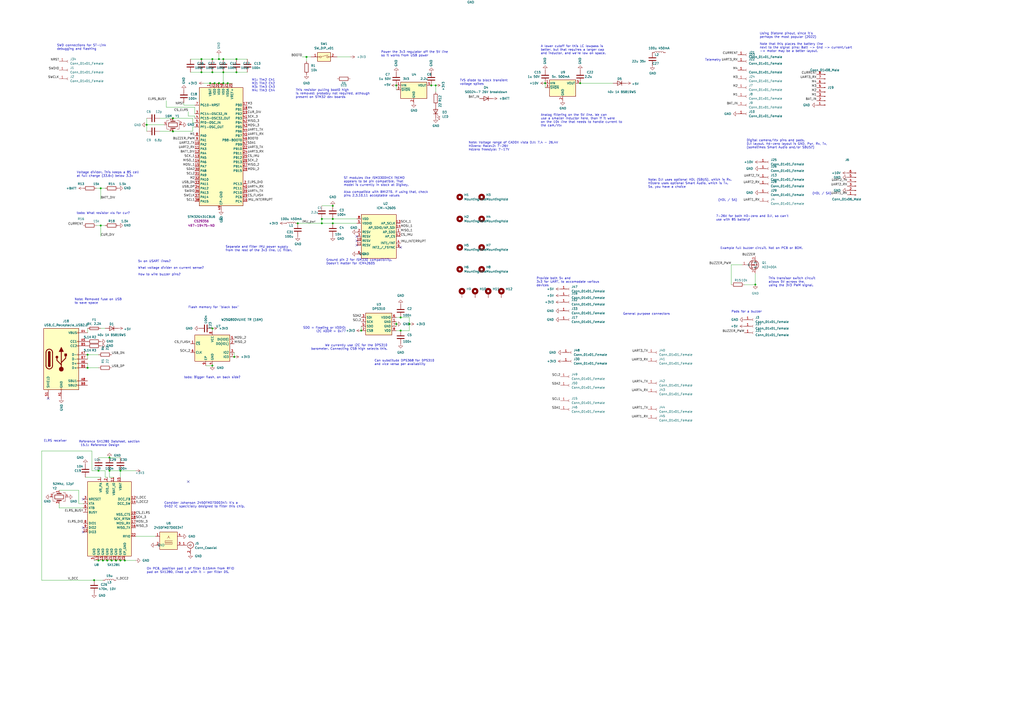
<source format=kicad_sch>
(kicad_sch (version 20211123) (generator eeschema)
  (paper "A2")
  (junction (at 186.69 127))
  (junction (at 129.54 48.26))
  (junction (at 297.18 -20.32))
  (junction (at 186.69 129.54))
  (junction (at 229.87 49.53))
  (junction (at 137.16 41.91))
  (junction (at 129.54 34.29))
  (junction (at 229.87 187.96))
  (junction (at 137.16 34.29))
  (junction (at 62.23 325.12))
  (junction (at 135.89 207.01))
  (junction (at 129.54 41.91))
  (junction (at 72.39 325.12))
  (junction (at 232.41 191.77))
  (junction (at 273.05 -11.43))
  (junction (at 209.55 191.77))
  (junction (at 63.5 265.43))
  (junction (at 193.04 119.38))
  (junction (at 54.61 336.55))
  (junction (at 193.04 129.54))
  (junction (at 193.04 127))
  (junction (at 123.19 41.91))
  (junction (at 67.31 325.12))
  (junction (at 57.15 273.05))
  (junction (at 261.62 -20.32))
  (junction (at 69.85 325.12))
  (junction (at 316.23 48.26))
  (junction (at 69.85 273.05))
  (junction (at 123.19 190.5))
  (junction (at 116.84 41.91))
  (junction (at 252.73 49.53))
  (junction (at 50.8 205.74))
  (junction (at 64.77 325.12))
  (junction (at 124.46 48.26))
  (junction (at 59.69 325.12))
  (junction (at 123.19 34.29))
  (junction (at 177.8 33.02))
  (junction (at 85.09 72.39))
  (junction (at 438.15 165.1))
  (junction (at 63.5 273.05))
  (junction (at 237.49 187.96))
  (junction (at 116.84 34.29))
  (junction (at 57.15 325.12))
  (junction (at 127 48.26))
  (junction (at 127 34.29))
  (junction (at 121.92 48.26))
  (junction (at 50.8 213.36))
  (junction (at 172.72 129.54))
  (junction (at 331.47 -20.32))
  (junction (at 123.19 212.09))
  (junction (at 100.33 68.58))
  (junction (at 132.08 48.26))
  (junction (at 100.33 76.2))
  (junction (at 273.05 -20.32))
  (junction (at 58.42 130.81))
  (junction (at 232.41 184.15))
  (junction (at 250.19 49.53))
  (junction (at 336.55 48.26))
  (junction (at 58.42 109.22))
  (no_connect (at 48.26 289.56))
  (no_connect (at 48.26 308.61))
  (no_connect (at 48.26 306.07))
  (no_connect (at 27.94 231.14))
  (no_connect (at 207.01 137.16))
  (no_connect (at 207.01 139.7))
  (no_connect (at 207.01 142.24))
  (no_connect (at 109.22 279.4))
  (no_connect (at 232.41 143.51))
  (wire (pts (xy 175.26 33.02) (xy 177.8 33.02)))
  (wire (pts (xy 438.15 158.75) (xy 438.15 165.1)))
  (wire (pts (xy 111.76 73.66) (xy 111.76 76.2)))
  (wire (pts (xy 96.52 62.23) (xy 113.03 62.23)))
  (wire (pts (xy 50.8 205.74) (xy 50.8 208.28)))
  (wire (pts (xy 250.19 49.53) (xy 252.73 49.53)))
  (wire (pts (xy 186.69 129.54) (xy 193.04 129.54)))
  (wire (pts (xy 111.76 71.12) (xy 113.03 71.12)))
  (wire (pts (xy 34.29 294.64) (xy 48.26 294.64)))
  (wire (pts (xy 69.85 273.05) (xy 78.74 273.05)))
  (wire (pts (xy 53.34 273.05) (xy 53.34 261.62)))
  (wire (pts (xy 116.84 34.29) (xy 123.19 34.29)))
  (wire (pts (xy 58.42 130.81) (xy 58.42 137.16)))
  (wire (pts (xy 195.58 33.02) (xy 203.2 33.02)))
  (wire (pts (xy 129.54 41.91) (xy 137.16 41.91)))
  (wire (pts (xy 317.5 -25.4) (xy 317.5 -31.75)))
  (wire (pts (xy 96.52 58.42) (xy 96.52 62.23)))
  (wire (pts (xy 129.54 41.91) (xy 129.54 48.26)))
  (wire (pts (xy 424.18 153.67) (xy 430.53 153.67)))
  (wire (pts (xy 34.29 284.48) (xy 45.72 284.48)))
  (wire (pts (xy 55.88 130.81) (xy 58.42 130.81)))
  (wire (pts (xy 63.5 276.86) (xy 66.04 276.86)))
  (wire (pts (xy 257.81 -20.32) (xy 261.62 -20.32)))
  (wire (pts (xy 209.55 189.23) (xy 209.55 191.77)))
  (wire (pts (xy 57.15 213.36) (xy 50.8 213.36)))
  (wire (pts (xy 34.29 292.1) (xy 34.29 294.64)))
  (wire (pts (xy 113.03 62.23) (xy 113.03 66.04)))
  (wire (pts (xy 127 48.26) (xy 129.54 48.26)))
  (wire (pts (xy 281.94 -11.43) (xy 281.94 -2.54)))
  (wire (pts (xy 49.53 276.86) (xy 58.42 276.86)))
  (wire (pts (xy 57.15 325.12) (xy 59.69 325.12)))
  (wire (pts (xy 100.33 76.2) (xy 111.76 76.2)))
  (wire (pts (xy 85.09 72.39) (xy 85.09 76.2)))
  (wire (pts (xy 229.87 186.69) (xy 229.87 187.96)))
  (wire (pts (xy 55.88 109.22) (xy 58.42 109.22)))
  (wire (pts (xy 289.56 -20.32) (xy 297.18 -20.32)))
  (wire (pts (xy 307.34 -20.32) (xy 297.18 -20.32)))
  (wire (pts (xy 85.09 72.39) (xy 95.25 72.39)))
  (wire (pts (xy 63.5 273.05) (xy 63.5 276.86)))
  (wire (pts (xy 127 31.75) (xy 127 34.29)))
  (wire (pts (xy 106.68 60.96) (xy 106.68 59.69)))
  (wire (pts (xy 92.71 68.58) (xy 100.33 68.58)))
  (wire (pts (xy 123.19 41.91) (xy 129.54 41.91)))
  (wire (pts (xy 119.38 212.09) (xy 123.19 212.09)))
  (wire (pts (xy 281.94 -2.54) (xy 328.93 -2.54)))
  (wire (pts (xy 172.72 129.54) (xy 186.69 129.54)))
  (wire (pts (xy 64.77 325.12) (xy 67.31 325.12)))
  (wire (pts (xy 137.16 41.91) (xy 143.51 41.91)))
  (wire (pts (xy 57.15 265.43) (xy 63.5 265.43)))
  (wire (pts (xy 193.04 127) (xy 207.01 127)))
  (wire (pts (xy 327.66 -20.32) (xy 331.47 -20.32)))
  (wire (pts (xy 123.19 190.5) (xy 123.19 191.77)))
  (wire (pts (xy 177.8 33.02) (xy 180.34 33.02)))
  (wire (pts (xy 316.23 48.26) (xy 316.23 50.8)))
  (wire (pts (xy 186.69 119.38) (xy 193.04 119.38)))
  (wire (pts (xy 53.34 261.62) (xy 24.13 261.62)))
  (wire (pts (xy 62.23 325.12) (xy 64.77 325.12)))
  (wire (pts (xy 85.09 68.58) (xy 85.09 72.39)))
  (wire (pts (xy 229.87 187.96) (xy 229.87 189.23)))
  (wire (pts (xy 261.62 -20.32) (xy 273.05 -20.32)))
  (wire (pts (xy 237.49 187.96) (xy 237.49 191.77)))
  (wire (pts (xy 69.85 325.12) (xy 72.39 325.12)))
  (wire (pts (xy 129.54 48.26) (xy 132.08 48.26)))
  (wire (pts (xy 177.8 33.02) (xy 177.8 35.56)))
  (wire (pts (xy 336.55 48.26) (xy 355.6 48.26)))
  (wire (pts (xy 273.05 -19.05) (xy 273.05 -20.32)))
  (wire (pts (xy 72.39 325.12) (xy 78.74 325.12)))
  (wire (pts (xy 229.87 184.15) (xy 232.41 184.15)))
  (wire (pts (xy 58.42 130.81) (xy 60.96 130.81)))
  (wire (pts (xy 252.73 49.53) (xy 252.73 53.34)))
  (wire (pts (xy 67.31 325.12) (xy 69.85 325.12)))
  (wire (pts (xy 328.93 -15.24) (xy 328.93 -2.54)))
  (wire (pts (xy 118.11 48.26) (xy 121.92 48.26)))
  (wire (pts (xy 45.72 284.48) (xy 45.72 292.1)))
  (wire (pts (xy 186.69 127) (xy 193.04 127)))
  (wire (pts (xy 232.41 191.77) (xy 237.49 191.77)))
  (wire (pts (xy 62.23 276.86) (xy 60.96 276.86)))
  (wire (pts (xy 186.69 127) (xy 186.69 129.54)))
  (wire (pts (xy 57.15 273.05) (xy 60.96 273.05)))
  (wire (pts (xy 135.89 204.47) (xy 135.89 207.01)))
  (wire (pts (xy 232.41 184.15) (xy 237.49 184.15)))
  (wire (pts (xy 229.87 191.77) (xy 232.41 191.77)))
  (wire (pts (xy 50.8 210.82) (xy 50.8 213.36)))
  (wire (pts (xy 124.46 48.26) (xy 127 48.26)))
  (wire (pts (xy 110.49 41.91) (xy 116.84 41.91)))
  (wire (pts (xy 58.42 190.5) (xy 60.96 190.5)))
  (wire (pts (xy 297.18 -20.32) (xy 297.18 -24.13)))
  (wire (pts (xy 113.03 73.66) (xy 111.76 73.66)))
  (wire (pts (xy 431.8 165.1) (xy 438.15 165.1)))
  (wire (pts (xy 113.03 60.96) (xy 106.68 60.96)))
  (wire (pts (xy 24.13 336.55) (xy 54.61 336.55)))
  (wire (pts (xy 113.03 68.58) (xy 113.03 67.31)))
  (wire (pts (xy 54.61 325.12) (xy 57.15 325.12)))
  (wire (pts (xy 111.76 68.58) (xy 111.76 71.12)))
  (wire (pts (xy 92.71 76.2) (xy 100.33 76.2)))
  (wire (pts (xy 45.72 292.1) (xy 48.26 292.1)))
  (wire (pts (xy 58.42 109.22) (xy 60.96 109.22)))
  (wire (pts (xy 100.33 68.58) (xy 111.76 68.58)))
  (wire (pts (xy 129.54 34.29) (xy 137.16 34.29)))
  (wire (pts (xy 113.03 67.31) (xy 109.22 67.31)))
  (wire (pts (xy 60.96 276.86) (xy 60.96 273.05)))
  (wire (pts (xy 116.84 41.91) (xy 123.19 41.91)))
  (wire (pts (xy 110.49 34.29) (xy 116.84 34.29)))
  (wire (pts (xy 63.5 265.43) (xy 69.85 265.43)))
  (wire (pts (xy 132.08 48.26) (xy 134.62 48.26)))
  (wire (pts (xy 137.16 34.29) (xy 143.51 34.29)))
  (wire (pts (xy 59.69 325.12) (xy 62.23 325.12)))
  (wire (pts (xy 327.66 -15.24) (xy 328.93 -15.24)))
  (wire (pts (xy 273.05 -11.43) (xy 281.94 -11.43)))
  (wire (pts (xy 57.15 273.05) (xy 53.34 273.05)))
  (wire (pts (xy 58.42 109.22) (xy 58.42 115.57)))
  (wire (pts (xy 54.61 336.55) (xy 59.69 336.55)))
  (wire (pts (xy 63.5 273.05) (xy 69.85 273.05)))
  (wire (pts (xy 297.18 -31.75) (xy 317.5 -31.75)))
  (wire (pts (xy 78.74 311.15) (xy 90.17 311.15)))
  (wire (pts (xy 121.92 48.26) (xy 124.46 48.26)))
  (wire (pts (xy 273.05 -20.32) (xy 281.94 -20.32)))
  (wire (pts (xy 127 34.29) (xy 129.54 34.29)))
  (wire (pts (xy 69.85 273.05) (xy 69.85 276.86)))
  (wire (pts (xy 24.13 261.62) (xy 24.13 336.55)))
  (wire (pts (xy 50.8 193.04) (xy 50.8 190.5)))
  (wire (pts (xy 237.49 184.15) (xy 237.49 187.96)))
  (wire (pts (xy 123.19 34.29) (xy 127 34.29)))
  (wire (pts (xy 50.8 205.74) (xy 57.15 205.74)))
  (wire (pts (xy 193.04 129.54) (xy 207.01 129.54)))
  (wire (pts (xy 109.22 67.31) (xy 109.22 64.77)))
  (wire (pts (xy 229.87 49.53) (xy 229.87 52.07)))
  (wire (pts (xy 424.18 153.67) (xy 424.18 165.1)))
  (text "(HDL / SA)" (at 471.17 113.03 0) (effects (font (size 1.27 1.27)) (justify left bottom)))
  (text "todo: What resistor vls for cur?" (at 44.45 124.46 0) (effects (font (size 1.27 1.27)) (justify left bottom)))
  (text "Consider Johanson 2450FM07D0034T: It's a \n0402 IC specicially designed to filter this chip." (at 95.25 294.64 0) (effects (font (size 1.27 1.27)) (justify left bottom)))
  (text "5v on USART lines?\n" (at 80.01 152.4 0) (effects (font (size 1.27 1.27)) (justify left bottom)))
  (text "(HDL / SA)" (at 416.56 116.84 0) (effects (font (size 1.27 1.27)) (justify left bottom)))
  (text "Telemetry" (at 408.94 35.56 0) (effects (font (size 1.27 1.27)) (justify left bottom)))
  (text "3.3k and 300 lead to 9.6V output" (at 245.11 -27.94 0) (effects (font (size 1.27 1.27)) (justify left bottom)))
  (text "How to wire buzzer pins?" (at 80.01 160.02 0) (effects (font (size 1.27 1.27)) (justify left bottom)))
  (text "M1: Tim2 Ch1\nM2: Tim2 Ch2\nM3: Tim3 Ch3\nM4: Tim3 Ch4" (at 146.05 53.34 0) (effects (font (size 1.27 1.27)) (justify left bottom)))
  (text "See regulator DS for info on how to set\nresistances and capacitances\n" (at 279.4 -44.45 0) (effects (font (size 1.27 1.27)) (justify left bottom)))
  (text "General purpose connectors" (at 388.62 182.88 180) (effects (font (size 1.27 1.27)) (justify right bottom)))
  (text "Voltage divider. This keeps a 8S cell\nat full charge (33.6v) below 3.3v" (at 44.45 102.87 0) (effects (font (size 1.27 1.27)) (justify left bottom)))
  (text "todo: Bigger flash, on back side?" (at 106.68 219.71 0) (effects (font (size 1.27 1.27)) (justify left bottom)))
  (text "Digital camera/Vtx pins and pads.\nDJI layout. Hd-zero layout is GND, Pwr, Rx, Tx,\n(sometimes Smart Audio and/or SBUS?)" (at 433.07 86.36 0) (effects (font (size 1.27 1.27)) (justify left bottom)))
  (text "Note: Removed fuse on USB\nto save space" (at 43.18 176.53 0) (effects (font (size 1.27 1.27)) (justify left bottom)))
  (text "Calculated inductor value, for 25.2v in, 9.6vout,\n30% ripple, and 1A current: 16.5uH" (at 250.19 -38.1 0) (effects (font (size 1.27 1.27)) (justify left bottom)))
  (text "On PCB, position pad 1 of filter 0.15mm from RFIO \npad on SX1280, lined up with it - per filter DS." (at 85.09 332.74 0) (effects (font (size 1.27 1.27)) (justify left bottom)))
  (text "Reference SX1280 Datsheet, section\n 15.1: Reference Design" (at 45.72 259.08 0) (effects (font (size 1.27 1.27)) (justify left bottom)))
  (text "We currently use I2C for the DPS310\nbarometer. Connecting CSB high selects this." (at 224.79 203.2 0) (effects (font (size 1.27 1.27)) (justify right bottom)))
  (text "Separate and filter IMU power supply\nfrom the rest of the 3v3 line. LC filter." (at 130.81 146.05 0) (effects (font (size 1.27 1.27)) (justify left bottom)))
  (text "V_out = 0.8V * (R1 + R2)/R2" (at 240.03 -1.27 0) (effects (font (size 1.27 1.27)) (justify left bottom)))
  (text "This transisor switch circuit\nallows 5V across the,\nusing the 3V3 PWM signal." (at 445.77 166.37 0) (effects (font (size 1.27 1.27)) (justify left bottom)))
  (text "Provide both 5v and \n3v3 for UART, to accomodate various\ndevices" (at 311.15 166.37 0) (effects (font (size 1.27 1.27)) (justify left bottom)))
  (text "TVS diode to block transient\nvoltage spikes" (at 266.7 49.53 0) (effects (font (size 1.27 1.27)) (justify left bottom)))
  (text "ST modules like ISM330DHCX iNEMO\nappears to be pin compatible. That\nmodel is currently in stock at Digikey.\n\nAlso compatible with BMI270. If using that, check\npins 2,3,10,11 acceptable values\n" (at 199.39 114.3 0) (effects (font (size 1.27 1.27)) (justify left bottom)))
  (text "Example full buzzer circuit. Not on PCB or BOM." (at 417.83 144.78 0) (effects (font (size 1.27 1.27)) (justify left bottom)))
  (text "This resistor pulling boot0 high\nis removed; probably not required, although\npresent on STM32 dev boards" (at 171.45 57.15 0) (effects (font (size 1.27 1.27)) (justify left bottom)))
  (text "SWD connections for ST-Link \ndebugging and flashing" (at 33.02 29.21 0) (effects (font (size 1.27 1.27)) (justify left bottom)))
  (text "Ground pin 2 for ISM330 compatibility.\nDoesn't matter for ICM42605\n" (at 189.23 153.67 0) (effects (font (size 1.27 1.27)) (justify left bottom)))
  (text "Using Diatone pinout, since it's\nperhaps the most popular (2022)\n\nNote that this places the battery line\nnext to the signal pins; Batt -> Gnd -> current/uart\n-> motor may be a better layout." (at 440.69 30.48 0) (effects (font (size 1.27 1.27)) (justify left bottom)))
  (text "What voltage divider on current sense?\n" (at 80.01 156.21 0) (effects (font (size 1.27 1.27)) (justify left bottom)))
  (text "A lower cutoff for this LC lowpass is\nbetter, but that requires a larger cap\nand inductor, and we're low on space." (at 313.69 31.75 0) (effects (font (size 1.27 1.27)) (justify left bottom)))
  (text "Analog filtering on the 5V line. We can\nuse a smaller inductor here, than if it were \non the 10k line that needs to handle current to\nthe cam/Vtx" (at 313.69 73.66 0) (effects (font (size 1.27 1.27)) (justify left bottom)))
  (text "Flash memory for \"black box\"" (at 109.22 179.07 0) (effects (font (size 1.27 1.27)) (justify left bottom)))
  (text "Note: Voltage range of CADDX vista DJI: 7.4 - 26.4V\nHDzero: Racev2: 7-26V\nHdzero freestyle: 7-17V" (at 271.78 87.63 0) (effects (font (size 1.27 1.27)) (justify left bottom)))
  (text "ELRS receiver\n" (at 25.4 256.54 0) (effects (font (size 1.27 1.27)) (justify left bottom)))
  (text "Note: DJI uses optional HDL (SBUS), which is Rx.\nHDzero uses optional Smart Audio, which is Tx.\nSo, you have a choice" (at 375.92 109.22 0) (effects (font (size 1.27 1.27)) (justify left bottom)))
  (text "Pads for a buzzer" (at 441.96 181.61 180) (effects (font (size 1.27 1.27)) (justify right bottom)))
  (text "Can substitude DPS368 for DPS310\nand vice versa per availability" (at 217.17 212.09 0) (effects (font (size 1.27 1.27)) (justify left bottom)))
  (text "SDO = floating or VDDIO:\nI2C ADDR = 0x77" (at 200.66 193.04 180) (effects (font (size 1.27 1.27)) (justify right bottom)))
  (text "Power the 3v3 regulator off the 5V line\nso it works from USB power" (at 220.98 33.02 0) (effects (font (size 1.27 1.27)) (justify left bottom)))
  (text "7-26V for both HD-zero and DJI, so can't \nuse with 8S battery!" (at 415.29 128.27 0) (effects (font (size 1.27 1.27)) (justify left bottom)))
  (label "SDA1" (at 143.51 83.82 0))
  (label "M3" (at 427.99 45.72 180))
  (label "V_DCC2" (at 67.31 336.55 0))
  (label "M2" (at 113.03 104.14 180))
  (label "M2" (at 473.71 53.34 180))
  (label "IMU_INTERRUPT" (at 232.41 140.97 0))
  (label "MOSI_2" (at 143.51 99.06 0))
  (label "SWCLK" (at 113.03 114.3 180))
  (label "CUR_DIV" (at 143.51 66.04 0))
  (label "MISO_3" (at 143.51 71.12 0))
  (label "UART2_RX" (at 491.49 107.95 180))
  (label "USB_DP" (at 113.03 109.22 180))
  (label "M3" (at 143.51 60.96 0))
  (label "M4" (at 427.99 40.64 180))
  (label "UART3_RX" (at 375.92 209.55 180))
  (label "M3" (at 473.71 50.8 180))
  (label "IMU_INTERRUPT" (at 143.51 116.84 0))
  (label "BUZZER_PWM" (at 113.03 81.28 180))
  (label "MOSI_3" (at 78.74 303.53 0))
  (label "CURRENT" (at 473.71 43.18 180))
  (label "MOSI_3" (at 143.51 73.66 0))
  (label "UART4_RX" (at 143.51 109.22 0))
  (label "ELRS_BUSY" (at 48.26 297.18 180))
  (label "SCL2" (at 209.55 186.69 180))
  (label "M4" (at 473.71 48.26 180))
  (label "UART1_RX" (at 143.51 78.74 0))
  (label "MISO_2" (at 143.51 96.52 0))
  (label "M1" (at 427.99 55.88 180))
  (label "USB_DP" (at 64.77 213.36 0))
  (label "UART2_RX" (at 113.03 86.36 180))
  (label "UART3_TX" (at 143.51 86.36 0))
  (label "BAT_IN" (at 278.13 57.15 180))
  (label "UART4_TX" (at 143.51 111.76 0))
  (label "SDA1" (at 325.12 237.49 180))
  (label "SCK_3" (at 143.51 68.58 0))
  (label "UART3_RX" (at 473.71 45.72 180))
  (label "UART4_RX" (at 375.92 227.33 180))
  (label "BATT_DIV" (at 113.03 88.9 180))
  (label "V_DCC2" (at 78.74 292.1 0))
  (label "UART1_TX" (at 375.92 237.49 180))
  (label "SCK_1" (at 232.41 129.54 0))
  (label "CS_IMU" (at 232.41 137.16 0))
  (label "ELRS_DIO" (at 48.26 303.53 180))
  (label "SCK_3" (at 78.74 300.99 0))
  (label "BUZZER" (at 438.15 148.59 180))
  (label "CS_FLASH" (at 143.51 114.3 0))
  (label "V_DCC" (at 39.37 336.55 0))
  (label "UART3_TX" (at 375.92 204.47 180))
  (label "NRST" (at 34.29 35.56 180))
  (label "SCK_2" (at 143.51 93.98 0))
  (label "SCL2" (at 325.12 218.44 180))
  (label "MISO_2" (at 135.89 199.39 0))
  (label "UART2_TX" (at 491.49 105.41 180))
  (label "M1" (at 113.03 78.74 180))
  (label "BATT_DIV" (at 58.42 115.57 0))
  (label "BAT_IN" (at 473.71 58.42 180))
  (label "NRST" (at 106.68 60.96 180))
  (label "UART2_RX" (at 440.69 106.68 180))
  (label "SCL2" (at 113.03 101.6 180))
  (label "CS_ELRS" (at 78.74 298.45 0))
  (label "UART3_RX" (at 143.51 88.9 0))
  (label "UART4_TX" (at 375.92 222.25 180))
  (label "MISO_1" (at 113.03 93.98 180))
  (label "MISO_1" (at 232.41 134.62 0))
  (label "UART2_TX" (at 440.69 102.87 180))
  (label "ELRS_BUSY" (at 96.52 58.42 180))
  (label "SCK_1" (at 113.03 91.44 180))
  (label "SWCLK" (at 34.29 45.72 180))
  (label "V_DCC" (at 78.74 289.56 0))
  (label "BOOT0" (at 143.51 81.28 0))
  (label "SWDIO" (at 113.03 111.76 180))
  (label "USB_DN" (at 113.03 106.68 180))
  (label "CS_FLASH" (at 110.49 199.39 180))
  (label "M4" (at 143.51 63.5 0))
  (label "SDA2" (at 209.55 184.15 180))
  (label "CURRENT" (at 48.26 130.81 180))
  (label "UART1_RX" (at 375.92 242.57 180))
  (label "UART1_RX" (at 440.69 116.84 180))
  (label "UART1_RX" (at 491.49 113.03 180))
  (label "SCL1" (at 325.12 232.41 180))
  (label "M2" (at 427.99 50.8 180))
  (label "UART1_TX" (at 143.51 76.2 0))
  (label "MOSI_2" (at 135.89 196.85 0))
  (label "MISO_3" (at 78.74 306.07 0))
  (label "ELRS_DIO" (at 143.51 106.68 0))
  (label "CS_ELRS" (at 109.22 64.77 180))
  (label "IMU_pwr" (at 175.26 129.54 0))
  (label "USB_DN" (at 64.77 205.74 0))
  (label "BUZZER_PWM" (at 424.18 153.67 180))
  (label "SWDIO" (at 34.29 40.64 180))
  (label "SCL1" (at 113.03 116.84 180))
  (label "M1" (at 473.71 55.88 180))
  (label "UART2_TX" (at 113.03 83.82 180))
  (label "SDA2" (at 113.03 99.06 180))
  (label "BUZZER_PWM" (at 431.8 193.04 180))
  (label "BAT_IN" (at 427.99 60.96 180))
  (label "MOSI_1" (at 113.03 96.52 180))
  (label "SCK_2" (at 110.49 204.47 180))
  (label "MOSI_1" (at 232.41 132.08 0))
  (label "BOOT0" (at 175.26 33.02 180))
  (label "CURRENT" (at 427.99 31.75 180))
  (label "SDA2" (at 325.12 223.52 180))
  (label "CS_IMU" (at 143.51 91.44 0))
  (label "CUR_DIV" (at 58.42 137.16 0))
  (label "UART3_RX" (at 427.99 35.56 180))
  (symbol (lib_id "power:GND") (at 431.8 185.42 270) (unit 1)
    (property "Reference" "#PWR0164" (effects hide))
    (property "Value" "GND" (at 424.18 185.42 90) (effects (justify left)))
  )
  (symbol (lib_id "Anyleaf_Shared:STM32G431CBU6") (at 128.27 83.82 0) (unit 1)
    (property "Reference" "U1" (at 128.27 127 0))
    (property "Value" "STM32G431CBU6" (at 116.84 125.73 0))
    (property "Footprint" "Package_DFN_QFN:QFN-48-1EP_7x7mm_P0.5mm_EP5.6x5.6mm" (effects hide))
    (property "Datasheet" "https://www.st.com/resource/en/datasheet/stm32g431cb.pdf" (effects hide))
    (property "LCSC" "C529356" (at 116.84 128.27 0))
    (property "Digikey" "497-19475-ND" (at 116.84 130.81 0))
  )
  (symbol (lib_id "Connector:Conn_01x01_Female") (at 381 204.47 0) (unit 1)
    (property "Reference" "J40" (at 382.27 203.1999 0) (effects (justify left)))
    (property "Value" "Conn_01x01_Female" (at 382.27 205.7399 0) (effects (justify left)))
    (property "Footprint" "TestPoint:TestPoint_Pad_2.0x2.0mm" (effects hide))
  )
  (symbol (lib_id "Device:R") (at 60.96 213.36 90) (unit 1)
    (property "Reference" "R5" (at 59.69 209.55 0))
    (property "Value" "22" (at 62.23 209.55 0))
    (property "Footprint" "Resistor_SMD:R_0402_1005Metric" (effects hide))
    (property "LCSC" "C25092" (effects hide))
  )
  (symbol (lib_id "power:+5V") (at 325.12 167.64 90) (unit 1)
    (property "Reference" "#PWR0144" (effects hide))
    (property "Value" "+5V" (at 321.31 167.6399 90) (effects (justify left)))
  )
  (symbol (lib_id "Device:C") (at 106.68 55.88 0) (unit 1)
    (property "Reference" "C18" (at 110.49 54.6099 0) (effects (justify left)))
    (property "Value" "100n" (at 109.22 57.15 0) (effects (justify left)))
    (property "Footprint" "Capacitor_SMD:C_0402_1005Metric" (effects hide))
    (property "LCSC" "C1525" (effects hide))
  )
  (symbol (lib_id "power:GND") (at 326.39 58.42 0) (unit 1)
    (property "Reference" "#PWR0180" (effects hide))
    (property "Value" "GND" (at 326.517 62.8142 0))
  )
  (symbol (lib_id "Device:C") (at 172.72 133.35 180) (unit 1)
    (property "Reference" "C31" (at 170.18 134.62 0) (effects (justify left)))
    (property "Value" "100u" (at 170.18 137.16 0) (effects (justify left)))
    (property "Footprint" "Capacitor_SMD:C_0805_2012Metric" (effects hide))
    (property "LCSC" "C141660" (effects hide))
  )
  (symbol (lib_id "Device:C") (at 297.18 -27.94 0) (unit 1)
    (property "Reference" "C21" (at 290.83 -30.48 0) (effects (justify left)))
    (property "Value" "10nF 50V" (at 285.75 -33.02 0) (effects (justify left)))
    (property "Footprint" "Capacitor_SMD:C_0402_1005Metric" (effects hide))
    (property "LCSC" "C15195" (effects hide))
  )
  (symbol (lib_id "power:+BATT") (at 285.75 57.15 270) (unit 1)
    (property "Reference" "#PWR0152" (effects hide))
    (property "Value" "+BATT" (at 289.56 57.1499 90) (effects (justify left)))
  )
  (symbol (lib_id "Connector:Conn_01x01_Female") (at 330.2 171.45 0) (unit 1)
    (property "Reference" "J16" (at 331.47 170.1799 0) (effects (justify left)))
    (property "Value" "Conn_01x01_Female" (at 331.47 172.7199 0) (effects (justify left)))
    (property "Footprint" "TestPoint:TestPoint_Pad_2.0x2.0mm" (effects hide))
  )
  (symbol (lib_id "Device:C") (at 232.41 180.34 0) (unit 1)
    (property "Reference" "C2" (at 236.22 179.0699 0) (effects (justify left)))
    (property "Value" "100n" (at 233.68 182.88 0) (effects (justify left)))
    (property "Footprint" "Capacitor_SMD:C_0402_1005Metric" (effects hide))
    (property "LCSC" "C1525" (effects hide))
  )
  (symbol (lib_id "Device:C") (at 57.15 269.24 0) (unit 1)
    (property "Reference" "C28" (at 54.61 271.78 0) (effects (justify left)))
    (property "Value" "10n" (at 54.61 266.7 0) (effects (justify left)))
    (property "Footprint" "Capacitor_SMD:C_0402_1005Metric" (effects hide))
    (property "LCSC" "C15195" (effects hide))
  )
  (symbol (lib_id "Connector:Conn_01x01_Female") (at 445.77 102.87 0) (unit 1)
    (property "Reference" "J13" (at 447.04 101.5999 0) (effects (justify left)))
    (property "Value" "Conn_01x01_Female" (at 447.04 104.1399 0) (effects (justify left)))
    (property "Footprint" "TestPoint:TestPoint_Pad_1.5x1.5mm" (effects hide))
  )
  (symbol (lib_id "power:GND") (at 440.69 111.76 270) (unit 1)
    (property "Reference" "#PWR0113" (effects hide))
    (property "Value" "GND" (at 436.88 111.7599 90) (effects (justify right)))
  )
  (symbol (lib_id "Device:L") (at 63.5 336.55 90) (unit 1)
    (property "Reference" "L3" (at 63.5 337.82 90))
    (property "Value" "15u" (at 63.5 334.01 90))
    (property "Footprint" "Inductor_SMD:L_0805_2012Metric" (effects hide))
    (property "LCSC" "C154120" (effects hide))
  )
  (symbol (lib_id "Switch:SW_DIP_x01") (at 187.96 33.02 0) (unit 1)
    (property "Reference" "SW1" (at 187.96 25.4 0))
    (property "Value" "SW_DIP_x01" (at 187.96 27.94 0))
    (property "Footprint" "Anyleaf_Shared:SW-SMD-2_3.6x6.0x8.0" (effects hide))
    (property "LCSC" "C354946" (effects hide))
  )
  (symbol (lib_id "power:GND") (at 326.39 204.47 270) (unit 1)
    (property "Reference" "#PWR0145" (effects hide))
    (property "Value" "GND" (at 322.58 204.4699 90) (effects (justify right)))
  )
  (symbol (lib_id "power:+10V") (at 257.81 -20.32 90) (unit 1)
    (property "Reference" "#PWR0176" (effects hide))
    (property "Value" "+10V" (at 254 -20.3201 90) (effects (justify left)))
  )
  (symbol (lib_id "power:+3V3") (at 203.2 33.02 270) (unit 1)
    (property "Reference" "#PWR0116" (effects hide))
    (property "Value" "+3V3" (at 207.01 33.0199 90) (effects (justify left)))
  )
  (symbol (lib_id "Connector:Conn_01x01_Female") (at 331.47 209.55 0) (unit 1)
    (property "Reference" "J30" (at 332.74 208.2799 0) (effects (justify left)))
    (property "Value" "Conn_01x01_Female" (at 332.74 210.8199 0) (effects (justify left)))
    (property "Footprint" "TestPoint:TestPoint_Pad_2.0x2.0mm" (effects hide))
  )
  (symbol (lib_id "Device:Fuse") (at 54.61 190.5 270) (unit 1)
    (property "Reference" "F1" (at 54.61 185.4962 90))
    (property "Value" "6V, 2.2A" (at 54.61 187.8076 90))
    (property "Footprint" "Fuse:Fuse_0805_2012Metric" (effects hide))
    (property "LCSC" "C70062" (effects hide))
  )
  (symbol (lib_id "water_monitor-rescue:MCP1802-3.3-Anyleaf_shared") (at 326.39 50.8 0) (unit 1)
    (property "Reference" "U9" (at 325.12 41.91 0) (effects (justify left)))
    (property "Value" "5v, 500mA" (at 320.04 44.45 0) (effects (justify left)))
    (property "Footprint" "Package_TO_SOT_SMD:TSOT-23-5" (effects hide))
    (property "Datasheet" "https://datasheet.lcsc.com/lcsc/1809192311_MaxLinear-SPX3819M5-L-5-0-TR_C13417.pdf" (effects hide))
    (property "LCSC" "C13417" (effects hide))
    (property "Part" "MaxLinear SPX3819M5-L-5-0/TR" (effects hide))
  )
  (symbol (lib_id "power:GND") (at 54.61 344.17 0) (unit 1)
    (property "Reference" "#PWR0153" (effects hide))
    (property "Value" "GND" (at 57.15 345.4399 0) (effects (justify left)))
  )
  (symbol (lib_id "Anyleaf_Shared:ICM-42605") (at 219.71 134.62 0) (unit 1)
    (property "Reference" "U2" (at 222.25 118.11 0) (effects (justify left)))
    (property "Value" "ICM-42605" (at 218.44 120.65 0) (effects (justify left)))
    (property "Footprint" "Package_LGA:LGA-14_3x2.5mm_P0.5mm_LayoutBorder3x4y" (effects hide))
    (property "Datasheet" "https://3cfeqx1hf82y3xcoull08ihx-wpengine.netdna-ssl.com/wp-content/uploads/2020/09/DS-000292-ICM-42605-v1.5.pdf" (effects hide))
    (property "Digikey" "1428-1152-2-ND" (effects hide))
    (property "Mouser" "410-ICM-42605" (effects hide))
    (property "LCSC" "C2655099" (effects hide))
    (property "Digikey_ST_alt" "497-19784-1-ND" (effects hide))
  )
  (symbol (lib_id "Connector:Conn_01x01_Female") (at 433.07 66.04 0) (unit 1)
    (property "Reference" "J10" (at 434.34 64.7699 0) (effects (justify left)))
    (property "Value" "Conn_01x01_Female" (at 434.34 67.3099 0) (effects (justify left)))
    (property "Footprint" "TestPoint:TestPoint_Pad_2.0x2.0mm" (effects hide))
  )
  (symbol (lib_id "power:+10V") (at 316.23 48.26 90) (unit 1)
    (property "Reference" "#PWR0177" (effects hide))
    (property "Value" "+10V" (at 312.42 48.2599 90) (effects (justify left)))
  )
  (symbol (lib_id "power:GND") (at 29.21 288.29 270) (unit 1)
    (property "Reference" "#PWR0136" (effects hide))
    (property "Value" "GND" (at 25.4 290.83 90) (effects (justify left)))
  )
  (symbol (lib_id "power:+3.3V") (at 135.89 207.01 270) (unit 1)
    (property "Reference" "#PWR0166" (effects hide))
    (property "Value" "+3.3V" (at 139.7 207.0099 90) (effects (justify left)))
  )
  (symbol (lib_id "Connector:Conn_01x01_Female") (at 436.88 189.23 0) (unit 1)
    (property "Reference" "J37" (at 438.15 187.9599 0) (effects (justify left)))
    (property "Value" "Conn_01x01_Female" (at 438.15 190.4999 0) (effects (justify left)))
    (property "Footprint" "TestPoint:TestPoint_Pad_1.5x1.5mm" (effects hide))
  )
  (symbol (lib_id "Filter:SAFFA1G58KA0F0A") (at 97.79 313.69 0) (unit 1)
    (property "Reference" "U6" (at 97.79 303.53 0))
    (property "Value" "2450FM07D0034T" (at 97.79 306.07 0))
    (property "Footprint" "Anyleaf_Shared:2450FM07D0034" (effects hide))
    (property "Datasheet" "https://www.mouser.com/datasheet/2/611/2450FM07D0034-1519359.pdf" (effects hide))
    (property "Mouser" "609-2450FM07D0034T" (effects hide))
    (property "Alt part number:" "2450FM07A0029T" (effects hide))
  )
  (symbol (lib_id "Mechanical:MountingHole_Pad") (at 283.21 170.18 0) (unit 1)
    (property "Reference" "H11" (at 285.75 167.6399 0) (effects (justify left)))
    (property "Value" "MountingHole_Pad" (effects hide))
    (property "Footprint" "Anyleaf_Shared:Mouse bites_7mm" (effects hide))
  )
  (symbol (lib_id "Device:C") (at 229.87 45.72 0) (unit 1)
    (property "Reference" "C7" (at 223.52 43.18 0) (effects (justify left)))
    (property "Value" "1u 50V" (at 219.71 45.72 0) (effects (justify left)))
    (property "Footprint" "Capacitor_SMD:C_0603_1608Metric" (effects hide))
    (property "LCSC" "C15849" (effects hide))
  )
  (symbol (lib_id "power:GND") (at 172.72 137.16 0) (unit 1)
    (property "Reference" "#PWR0170" (effects hide))
    (property "Value" "GND" (at 172.847 141.5542 0))
  )
  (symbol (lib_id "Connector:Conn_01x01_Female") (at 331.47 204.47 0) (unit 1)
    (property "Reference" "J48" (at 332.74 203.1999 0) (effects (justify left)))
    (property "Value" "Conn_01x01_Female" (at 332.74 205.7399 0) (effects (justify left)))
    (property "Footprint" "TestPoint:TestPoint_Pad_2.0x2.0mm" (effects hide))
  )
  (symbol (lib_id "power:+3.3V") (at 252.73 49.53 270) (unit 1)
    (property "Reference" "#PWR0119" (effects hide))
    (property "Value" "+3.3V" (at 257.1242 49.911 0))
  )
  (symbol (lib_id "Mechanical:MountingHole") (at 279.4 143.51 0) (unit 1)
    (property "Reference" "H7" (at 281.94 142.2399 0) (effects (justify left)))
    (property "Value" "MountingHole" (at 281.94 144.7799 0) (effects (justify left)))
    (property "Footprint" "MountingHole:MountingHole_3.2mm_M3" (effects hide))
  )
  (symbol (lib_id "power:+5V") (at 325.12 171.45 90) (unit 1)
    (property "Reference" "#PWR0162" (effects hide))
    (property "Value" "+5V" (at 321.31 171.4499 90) (effects (justify left)))
  )
  (symbol (lib_id "power:+3.3V") (at 237.49 187.96 270) (unit 1)
    (property "Reference" "#PWR0107" (effects hide))
    (property "Value" "+3.3V" (at 241.3 187.9599 90) (effects (justify left)))
  )
  (symbol (lib_id "power:GND") (at 177.8 43.18 0) (unit 1)
    (property "Reference" "#PWR0115" (effects hide))
    (property "Value" "GND" (at 177.8 48.26 0))
  )
  (symbol (lib_id "Device:C") (at 110.49 38.1 0) (unit 1)
    (property "Reference" "C16" (at 114.3 36.8299 0) (effects (justify left)))
    (property "Value" "100n" (at 113.03 39.37 0) (effects (justify left)))
    (property "Footprint" "Capacitor_SMD:C_0402_1005Metric" (effects hide))
    (property "LCSC" "C1525" (effects hide))
  )
  (symbol (lib_id "power:GND") (at 207.01 134.62 270) (unit 1)
    (property "Reference" "#PWR0109" (effects hide))
    (property "Value" "GND" (at 203.2 132.08 90) (effects (justify left)))
  )
  (symbol (lib_id "Connector:Conn_01x01_Female") (at 381 222.25 0) (unit 1)
    (property "Reference" "J42" (at 382.27 220.9799 0) (effects (justify left)))
    (property "Value" "Conn_01x01_Female" (at 382.27 223.5199 0) (effects (justify left)))
    (property "Footprint" "TestPoint:TestPoint_Pad_2.0x2.0mm" (effects hide))
  )
  (symbol (lib_id "Device:D") (at 359.41 48.26 180) (unit 1)
    (property "Reference" "D5" (at 359.41 45.72 0))
    (property "Value" "40v 1A B5819WS" (at 360.68 53.34 0))
    (property "Footprint" "Diode_SMD:D_SOD-323" (effects hide))
    (property "LCSC" "C22624" (effects hide))
  )
  (symbol (lib_id "power:GND") (at 39.37 288.29 90) (unit 1)
    (property "Reference" "#PWR0131" (effects hide))
    (property "Value" "GND" (at 40.64 290.83 90) (effects (justify right)))
  )
  (symbol (lib_id "Mechanical:MountingHole") (at 279.4 156.21 0) (unit 1)
    (property "Reference" "H8" (at 281.94 154.9399 0) (effects (justify left)))
    (property "Value" "MountingHole" (at 281.94 157.4799 0) (effects (justify left)))
    (property "Footprint" "MountingHole:MountingHole_3.2mm_M3" (effects hide))
  )
  (symbol (lib_id "Mechanical:MountingHole") (at 266.7 143.51 0) (unit 1)
    (property "Reference" "H5" (at 269.24 142.2399 0) (effects (justify left)))
    (property "Value" "MountingHole" (at 269.24 144.7799 0) (effects (justify left)))
    (property "Footprint" "MountingHole:MountingHole_3.2mm_M3" (effects hide))
  )
  (symbol (lib_id "Device:C") (at 54.61 340.36 0) (unit 1)
    (property "Reference" "C26" (at 58.42 339.0899 0) (effects (justify left)))
    (property "Value" "470n, 10V" (at 57.15 341.63 0) (effects (justify left)))
    (property "Footprint" "Capacitor_SMD:C_0402_1005Metric" (effects hide))
    (property "LCSC" "C47339" (effects hide))
  )
  (symbol (lib_id "power:+BATT") (at 48.26 109.22 90) (unit 1)
    (property "Reference" "#PWR0169" (effects hide))
    (property "Value" "+BATT" (at 44.45 109.22 90) (effects (justify left)))
  )
  (symbol (lib_id "power:+3.3V") (at 209.55 191.77 90) (unit 1)
    (property "Reference" "#PWR0122" (effects hide))
    (property "Value" "+3.3V" (at 200.66 191.77 90) (effects (justify right)))
  )
  (symbol (lib_id "Anyleaf_Shared:SX1281") (at 63.5 304.8 0) (unit 1)
    (property "Reference" "U8" (at 54.61 327.66 0) (effects (justify left)))
    (property "Value" "SX1281" (at 62.23 327.66 0) (effects (justify left)))
    (property "Footprint" "Package_DFN_QFN:QFN-24-1EP_4x4mm_P0.5mm_EP2.6x2.6mm" (effects hide))
    (property "Datasheet" "https://semtech.my.salesforce.com/sfc/p/#E0000000JelG/a/2R0000001Rbr/6EfVZUorrpoKFfvaF_Fkpgp5kzjiNyiAbqcpqh9qSjE" (effects hide))
    (property "Digikey" "SX1281IMLTRTTR-ND" (effects hide))
    (property "LCSC" "C2151551" (effects hide))
  )
  (symbol (lib_id "power:GND") (at 229.87 187.96 90) (unit 1)
    (property "Reference" "#PWR0108" (effects hide))
    (property "Value" "GND" (at 233.68 187.9599 90) (effects (justify right)))
  )
  (symbol (lib_id "Device:R") (at 273.05 -7.62 180) (unit 1)
    (property "Reference" "R8" (at 269.24 -6.35 0))
    (property "Value" "300" (at 269.24 -8.89 0))
    (property "Footprint" "Resistor_SMD:R_0402_1005Metric" (effects hide))
    (property "LCSC" "C25102" (effects hide))
  )
  (symbol (lib_id "Device:R") (at 52.07 109.22 270) (unit 1)
    (property "Reference" "R13" (at 46.99 106.68 90))
    (property "Value" "15k" (at 55.88 106.68 90))
    (property "Footprint" "Resistor_SMD:R_0402_1005Metric" (effects hide))
    (property "LCSC" "C25756" (effects hide))
  )
  (symbol (lib_id "Device:C") (at 186.69 123.19 0) (unit 1)
    (property "Reference" "C1" (at 184.15 120.65 0) (effects (justify left)))
    (property "Value" "2.2u" (at 180.34 123.19 0) (effects (justify left)))
    (property "Footprint" "Capacitor_SMD:C_0402_1005Metric" (effects hide))
    (property "LCSC" "C12530" (effects hide))
  )
  (symbol (lib_id "power:+5V") (at 363.22 48.26 270) (unit 1)
    (property "Reference" "#PWR0179" (effects hide))
    (property "Value" "+5V" (at 366.4712 48.641 90) (effects (justify left)))
  )
  (symbol (lib_id "power:GND") (at 193.04 137.16 0) (unit 1)
    (property "Reference" "#PWR0102" (effects hide))
    (property "Value" "GND" (at 195.58 138.4299 0) (effects (justify left)))
  )
  (symbol (lib_id "Connector:Conn_01x01_Female") (at 330.2 237.49 0) (unit 1)
    (property "Reference" "J46" (at 331.47 236.2199 0) (effects (justify left)))
    (property "Value" "Conn_01x01_Female" (at 331.47 238.7599 0) (effects (justify left)))
    (property "Footprint" "TestPoint:TestPoint_Pad_2.0x2.0mm" (effects hide))
  )
  (symbol (lib_id "power:GND") (at 378.46 38.1 0) (unit 1)
    (property "Reference" "#PWR0125" (effects hide))
    (property "Value" "GND" (at 378.587 42.4942 0))
  )
  (symbol (lib_id "power:GND") (at 78.74 325.12 90) (unit 1)
    (property "Reference" "#PWR0173" (effects hide))
    (property "Value" "GND" (at 82.55 325.1199 90) (effects (justify right)))
  )
  (symbol (lib_id "Connector:Conn_01x01_Female") (at 433.07 35.56 0) (unit 1)
    (property "Reference" "J22" (at 434.34 34.2899 0) (effects (justify left)))
    (property "Value" "Conn_01x01_Female" (at 434.34 36.8299 0) (effects (justify left)))
    (property "Footprint" "TestPoint:TestPoint_Pad_2.0x2.0mm" (effects hide))
  )
  (symbol (lib_id "power:+BATT") (at 307.34 -15.24 90) (unit 1)
    (property "Reference" "#PWR0159" (effects hide))
    (property "Value" "+BATT" (at 302.26 -12.7 90) (effects (justify right)))
  )
  (symbol (lib_id "Device:C") (at 193.04 133.35 0) (unit 1)
    (property "Reference" "C4" (at 196.85 132.0799 0) (effects (justify left)))
    (property "Value" "10n" (at 194.31 135.89 0) (effects (justify left)))
    (property "Footprint" "Capacitor_SMD:C_0402_1005Metric" (effects hide))
    (property "LCSC" "C15195" (effects hide))
  )
  (symbol (lib_id "Device:C") (at 69.85 269.24 0) (unit 1)
    (property "Reference" "C30" (at 69.85 266.7 0) (effects (justify left)))
    (property "Value" "100n" (at 68.58 271.78 0) (effects (justify left)))
    (property "Footprint" "Capacitor_SMD:C_0402_1005Metric" (effects hide))
    (property "LCSC" "C1525" (effects hide))
  )
  (symbol (lib_id "Connector:Conn_01x01_Female") (at 330.2 223.52 0) (unit 1)
    (property "Reference" "J50" (at 331.47 222.2499 0) (effects (justify left)))
    (property "Value" "Conn_01x01_Female" (at 331.47 224.7899 0) (effects (justify left)))
    (property "Footprint" "TestPoint:TestPoint_Pad_2.0x2.0mm" (effects hide))
  )
  (symbol (lib_id "power:+BATT") (at 331.47 -20.32 270) (unit 1)
    (property "Reference" "#PWR0154" (effects hide))
    (property "Value" "+BATT" (at 340.36 -20.32 90) (effects (justify right)))
  )
  (symbol (lib_id "power:GND") (at 325.12 185.42 270) (unit 1)
    (property "Reference" "#PWR0161" (effects hide))
    (property "Value" "GND" (at 321.31 185.4199 90) (effects (justify right)))
  )
  (symbol (lib_id "Connector:Conn_01x01_Female") (at 433.07 31.75 0) (unit 1)
    (property "Reference" "J21" (at 434.34 30.4799 0) (effects (justify left)))
    (property "Value" "Conn_01x01_Female" (at 434.34 33.0199 0) (effects (justify left)))
    (property "Footprint" "TestPoint:TestPoint_Pad_2.0x2.0mm" (effects hide))
  )
  (symbol (lib_id "Device:Crystal_GND24") (at 100.33 72.39 270) (unit 1)
    (property "Reference" "Y1" (at 102.87 67.31 90))
    (property "Value" "16M" (at 97.79 67.31 90))
    (property "Footprint" "Crystal:Crystal_SMD_2016-4Pin_2.0x1.6mm" (effects hide))
    (property "Datasheet" "https://datasheet.lcsc.com/lcsc/1912111437_HELE-Harmony-Elec-X2C016000B81H-R_C254300.pdf" (effects hide))
    (property "LCSC" "C254300" (effects hide))
  )
  (symbol (lib_id "power:GND") (at 473.71 60.96 270) (unit 1)
    (property "Reference" "#PWR0127" (effects hide))
    (property "Value" "GND" (at 469.9 60.9599 90) (effects (justify right)))
  )
  (symbol (lib_id "Connector:Conn_01x01_Female") (at 381 227.33 0) (unit 1)
    (property "Reference" "J43" (at 382.27 226.0599 0) (effects (justify left)))
    (property "Value" "Conn_01x01_Female" (at 382.27 228.5999 0) (effects (justify left)))
    (property "Footprint" "TestPoint:TestPoint_Pad_2.0x2.0mm" (effects hide))
  )
  (symbol (lib_id "Connector:Conn_01x01_Female") (at 39.37 45.72 0) (unit 1)
    (property "Reference" "J2" (at 40.64 44.4499 0) (effects (justify left)))
    (property "Value" "Conn_01x01_Female" (at 40.64 46.9899 0) (effects (justify left)))
    (property "Footprint" "TestPoint:TestPoint_Pad_1.0x1.0mm" (effects hide))
  )
  (symbol (lib_id "power:GND") (at 325.12 180.34 270) (unit 1)
    (property "Reference" "#PWR0141" (effects hide))
    (property "Value" "GND" (at 321.31 180.3399 90) (effects (justify right)))
  )
  (symbol (lib_id "Connector:Conn_01x01_Female") (at 381 209.55 0) (unit 1)
    (property "Reference" "J41" (at 382.27 208.2799 0) (effects (justify left)))
    (property "Value" "Conn_01x01_Female" (at 382.27 210.8199 0) (effects (justify left)))
    (property "Footprint" "TestPoint:TestPoint_Pad_2.0x2.0mm" (effects hide))
  )
  (symbol (lib_id "Device:R") (at 64.77 109.22 270) (unit 1)
    (property "Reference" "R14" (at 64.77 106.68 90))
    (property "Value" "1.5k" (at 71.12 106.68 90))
    (property "Footprint" "Resistor_SMD:R_0402_1005Metric" (effects hide))
    (property "LCSC" "C25867" (effects hide))
  )
  (symbol (lib_id "Connector:Conn_01x01_Female") (at 330.2 218.44 0) (unit 1)
    (property "Reference" "J49" (at 331.47 217.1699 0) (effects (justify left)))
    (property "Value" "Conn_01x01_Female" (at 331.47 219.7099 0) (effects (justify left)))
    (property "Footprint" "TestPoint:TestPoint_Pad_2.0x2.0mm" (effects hide))
  )
  (symbol (lib_id "Connector:Conn_01x01_Female") (at 445.77 93.98 0) (unit 1)
    (property "Reference" "J25" (at 447.04 92.7099 0) (effects (justify left)))
    (property "Value" "Conn_01x01_Female" (at 447.04 95.2499 0) (effects (justify left)))
    (property "Footprint" "TestPoint:TestPoint_Pad_1.5x1.5mm" (effects hide))
  )
  (symbol (lib_id "power:GND") (at 90.17 316.23 270) (unit 1)
    (property "Reference" "#PWR0138" (effects hide))
    (property "Value" "GND" (at 91.44 316.2299 90) (effects (justify left)))
  )
  (symbol (lib_id "Device:L") (at 285.75 -20.32 90) (unit 1)
    (property "Reference" "L4" (at 285.75 -19.05 90))
    (property "Value" "22u 900mA" (at 285.75 -22.86 90))
    (property "Footprint" "Anyleaf_Shared:SMNR4020 inductor" (effects hide))
    (property "LCSC" "C88254" (effects hide))
  )
  (symbol (lib_id "power:GND") (at 105.41 72.39 90) (unit 1)
    (property "Reference" "#PWR0124" (effects hide))
    (property "Value" "GND" (at 108.6612 72.263 90) (effects (justify right)))
  )
  (symbol (lib_id "Connector:Conn_01x01_Female") (at 433.07 60.96 0) (unit 1)
    (property "Reference" "J9" (at 434.34 59.6899 0) (effects (justify left)))
    (property "Value" "Conn_01x01_Female" (at 434.34 62.2299 0) (effects (justify left)))
    (property "Footprint" "TestPoint:TestPoint_Pad_2.0x2.0mm" (effects hide))
  )
  (symbol (lib_id "power:GND") (at 427.99 66.04 270) (unit 1)
    (property "Reference" "#PWR0133" (effects hide))
    (property "Value" "GND" (at 424.18 66.0399 90) (effects (justify right)))
  )
  (symbol (lib_id "power:GND") (at 252.73 68.58 0) (unit 1)
    (property "Reference" "#PWR0160" (effects hide))
    (property "Value" "GND" (at 252.857 72.9742 0))
  )
  (symbol (lib_id "Connector:Conn_01x01_Female") (at 436.88 193.04 0) (unit 1)
    (property "Reference" "J31" (at 438.15 191.7699 0) (effects (justify left)))
    (property "Value" "Conn_01x01_Female" (at 438.15 194.3099 0) (effects (justify left)))
    (property "Footprint" "TestPoint:TestPoint_Pad_1.5x1.5mm" (effects hide))
  )
  (symbol (lib_id "power:GND") (at 232.41 199.39 0) (unit 1)
    (property "Reference" "#PWR0106" (effects hide))
    (property "Value" "GND" (at 232.41 204.47 0))
  )
  (symbol (lib_id "power:GND") (at 331.47 -27.94 180) (unit 1)
    (property "Reference" "#PWR0149" (effects hide))
    (property "Value" "GND" (at 331.343 -31.1912 90) (effects (justify right)))
  )
  (symbol (lib_id "Device:LED") (at 252.73 64.77 90) (unit 1)
    (property "Reference" "D3" (at 256.54 65.0874 90) (effects (justify right)))
    (property "Value" "LED" (at 256.54 67.6274 90) (effects (justify right)))
    (property "Footprint" "LED_SMD:LED_0603_1608Metric" (effects hide))
    (property "Datasheet" "https://datasheet.lcsc.com/lcsc/1811092313_Orient-ORH-G36G_C205443.pdf" (effects hide))
    (property "LCSC" "C205443" (effects hide))
  )
  (symbol (lib_id "Device:L") (at 382.27 30.48 90) (unit 1) (in_bom no) (on_board no)
    (property "Reference" "L2" (at 381 31.75 90))
    (property "Value" "100u 450mA" (at 382.27 27.94 90))
    (property "Footprint" "Anyleaf_Shared:SMNR4020 inductor" (effects hide))
    (property "LCSC" "C467068" (effects hide))
  )
  (symbol (lib_id "Connector:Conn_01x01_Female") (at 433.07 40.64 0) (unit 1)
    (property "Reference" "J23" (at 434.34 31.7499 0) (effects (justify left)))
    (property "Value" "Conn_01x01_Female" (at 434.34 41.9099 0) (effects (justify left)))
    (property "Footprint" "TestPoint:TestPoint_Pad_2.0x2.0mm" (effects hide))
  )
  (symbol (lib_id "power:GND") (at 229.87 41.91 180) (unit 1)
    (property "Reference" "#PWR0117" (effects hide))
    (property "Value" "GND" (at 229.743 38.6588 90) (effects (justify right)))
  )
  (symbol (lib_id "Device:C") (at 137.16 38.1 0) (unit 1)
    (property "Reference" "C12" (at 140.97 36.8299 0) (effects (justify left)))
    (property "Value" "100n" (at 139.7 39.37 0) (effects (justify left)))
    (property "Footprint" "Capacitor_SMD:C_0402_1005Metric" (effects hide))
    (property "LCSC" "C1525" (effects hide))
  )
  (symbol (lib_id "power:GND") (at 58.42 198.12 90) (unit 1)
    (property "Reference" "#PWR0126" (effects hide))
    (property "Value" "GND" (at 61.6712 197.993 90) (effects (justify right)))
  )
  (symbol (lib_id "power:GND") (at 68.58 109.22 90) (unit 1)
    (property "Reference" "#PWR0168" (effects hide))
    (property "Value" "GND" (at 71.8312 109.093 90) (effects (justify right)))
  )
  (symbol (lib_id "Anyleaf_Shared:AO3400A") (at 435.61 153.67 0) (unit 1) (in_bom no) (on_board no)
    (property "Reference" "Q1" (at 441.96 152.3999 0) (effects (justify left)))
    (property "Value" "AO3400A" (at 441.96 154.9399 0) (effects (justify left)))
    (property "Footprint" "Package_TO_SOT_SMD:SOT-23" (effects hide))
    (property "Datasheet" "http://aosmd.com/pdfs/datasheet/AO3400a.pdf" (effects hide))
    (property "Digikey" "785-1000-1-ND" (effects hide))
    (property "LCSC" "C20917" (effects hide))
  )
  (symbol (lib_id "power:+5V") (at 229.87 49.53 90) (unit 1)
    (property "Reference" "#PWR0118" (effects hide))
    (property "Value" "+5V" (at 226.6188 49.149 90) (effects (justify left)))
  )
  (symbol (lib_id "Device:R") (at 273.05 -15.24 180) (unit 1)
    (property "Reference" "R7" (at 269.24 -13.97 0))
    (property "Value" "3.3K" (at 269.24 -16.51 0))
    (property "Footprint" "Resistor_SMD:R_0402_1005Metric" (effects hide))
    (property "LCSC" "C25890" (effects hide))
  )
  (symbol (lib_id "power:+5V") (at 68.58 190.5 270) (unit 1)
    (property "Reference" "#PWR0132" (effects hide))
    (property "Value" "+5V" (at 71.8312 190.881 90) (effects (justify left)))
  )
  (symbol (lib_id "power:+3.3V") (at 78.74 273.05 270) (unit 1)
    (property "Reference" "#PWR0155" (effects hide))
    (property "Value" "+3.3V" (at 83.82 274.32 90) (effects (justify right)))
  )
  (symbol (lib_id "Connector:Conn_01x01_Female") (at 445.77 106.68 0) (unit 1)
    (property "Reference" "J28" (at 447.04 105.4099 0) (effects (justify left)))
    (property "Value" "Conn_01x01_Female" (at 447.04 107.9499 0) (effects (justify left)))
    (property "Footprint" "TestPoint:TestPoint_Pad_1.5x1.5mm" (effects hide))
  )
  (symbol (lib_id "Device:C") (at 88.9 68.58 90) (unit 1)
    (property "Reference" "C6" (at 87.63 64.77 90) (effects (justify left)))
    (property "Value" "12p" (at 93.98 64.77 90) (effects (justify left)))
    (property "Footprint" "Capacitor_SMD:C_0402_1005Metric" (effects hide))
    (property "LCSC" "C1547" (effects hide))
  )
  (symbol (lib_id "Device:R") (at 427.99 165.1 270) (unit 1) (in_bom no) (on_board no)
    (property "Reference" "R15" (at 427.99 162.56 90))
    (property "Value" "10k" (at 431.8 162.56 90))
    (property "Footprint" "Resistor_SMD:R_0402_1005Metric" (effects hide))
    (property "LCSC" "C25744" (effects hide))
  )
  (symbol (lib_id "power:GND") (at 68.58 130.81 90) (unit 1)
    (property "Reference" "#PWR0171" (effects hide))
    (property "Value" "GND" (at 71.8312 130.683 90) (effects (justify right)))
  )
  (symbol (lib_id "power:GND") (at 316.23 40.64 180) (unit 1)
    (property "Reference" "#PWR0150" (effects hide))
    (property "Value" "GND" (at 316.103 37.3888 90) (effects (justify right)))
  )
  (symbol (lib_id "Device:C") (at 63.5 269.24 0) (unit 1)
    (property "Reference" "C29" (at 63.5 266.7 0) (effects (justify left)))
    (property "Value" "100n" (at 60.96 271.78 0) (effects (justify left)))
    (property "Footprint" "Capacitor_SMD:C_0402_1005Metric" (effects hide))
    (property "LCSC" "C1525" (effects hide))
  )
  (symbol (lib_id "power:+3V3") (at 326.39 209.55 90) (unit 1)
    (property "Reference" "#PWR0140" (effects hide))
    (property "Value" "+3V3" (at 322.58 209.5499 90) (effects (justify left)))
  )
  (symbol (lib_id "power:+3.3V") (at 123.19 190.5 270) (unit 1)
    (property "Reference" "#PWR0156" (effects hide))
    (property "Value" "+3.3V" (at 127 190.4999 90) (effects (justify left)))
  )
  (symbol (lib_id "Device:C") (at 232.41 195.58 0) (unit 1)
    (property "Reference" "C5" (at 236.22 194.3099 0) (effects (justify left)))
    (property "Value" "100n" (at 233.68 198.12 0) (effects (justify left)))
    (property "Footprint" "Capacitor_SMD:C_0402_1005Metric" (effects hide))
    (property "LCSC" "C1525" (effects hide))
  )
  (symbol (lib_id "Anyleaf_Shared:DPS310") (at 219.71 187.96 0) (unit 1)
    (property "Reference" "U3" (at 219.71 176.53 0))
    (property "Value" "DPS310" (at 219.71 179.07 0))
    (property "Footprint" "Package_LGA:Bosch_LGA-8_2x2.5mm_P0.65mm_ClockwisePinNumbering" (effects hide))
    (property "Datasheet" "http://www.nxp.com/assets/documents/data/en/data-sheets/MPL115A1.pdf" (effects hide))
    (property "Digikey" "DPS310XTSA1TR-ND" (effects hide))
    (property "Mouser" "726-DPS310XTSA1" (effects hide))
  )
  (symbol (lib_id "Device:D") (at 281.94 57.15 180) (unit 1)
    (property "Reference" "D4" (at 281.94 50.8 0))
    (property "Value" "SOD24-7 26V breakdown" (at 281.94 53.34 0))
    (property "Footprint" "Diode_SMD:D_SOD-323" (effects hide))
    (property "Datasheet" "https://www.diodes.com/assets/Datasheets/SD24.pdf" (effects hide))
    (property "Digikey" "31-SD24-7TR-ND" (effects hide))
  )
  (symbol (lib_id "Device:R") (at 177.8 39.37 180) (unit 1)
    (property "Reference" "R1" (at 180.34 38.0999 0) (effects (justify right)))
    (property "Value" "10k" (at 180.34 40.6399 0) (effects (justify right)))
    (property "Footprint" "Resistor_SMD:R_0402_1005Metric" (effects hide))
    (property "LCSC" "C25744" (effects hide))
  )
  (symbol (lib_id "Device:C") (at 129.54 38.1 0) (unit 1)
    (property "Reference" "C11" (at 133.35 36.8299 0) (effects (justify left)))
    (property "Value" "100n" (at 132.08 39.37 0) (effects (justify left)))
    (property "Footprint" "Capacitor_SMD:C_0402_1005Metric" (effects hide))
    (property "LCSC" "C1525" (effects hide))
  )
  (symbol (lib_id "power:GND") (at 440.69 97.79 270) (unit 1)
    (property "Reference" "#PWR0112" (effects hide))
    (property "Value" "GND" (at 436.88 97.7899 90) (effects (justify right)))
  )
  (symbol (lib_id "Mechanical:MountingHole") (at 266.7 114.3 0) (unit 1)
    (property "Reference" "H1" (at 269.24 113.0299 0) (effects (justify left)))
    (property "Value" "MountingHole" (at 269.24 115.5699 0) (effects (justify left)))
    (property "Footprint" "MountingHole:MountingHole_3.2mm_M3" (effects hide))
  )
  (symbol (lib_id "Memory_Flash:W25Q128JVS") (at 123.19 201.93 0) (unit 1)
    (property "Reference" "U7" (at 125.2094 189.23 0) (effects (justify left)))
    (property "Value" "W25Q80DVUXIE TR (16M)" (at 128.27 185.42 0) (effects (justify left)))
    (property "Footprint" "Anyleaf_Shared:USON-8_2.0x3.0mm_P0.5mm" (effects hide))
    (property "Datasheet" "https://www.winbond.com/resource-files/w25q80dv%20dl_revh_10022015.pdf" (effects hide))
    (property "Digikey" "W25Q80DVUXIETR-ND" (effects hide))
  )
  (symbol (lib_id "Device:R") (at 199.39 45.72 90) (unit 1) (in_bom no) (on_board no)
    (property "Reference" "R6" (at 199.39 48.26 90))
    (property "Value" "510" (at 199.39 49.53 90))
    (property "Footprint" "Resistor_SMD:R_0402_1005Metric" (effects hide))
    (property "LCSC" "C25123" (effects hide))
  )
  (symbol (lib_id "power:GND") (at 491.49 102.87 270) (unit 1)
    (property "Reference" "#PWR0114" (effects hide))
    (property "Value" "GND" (at 487.68 102.8699 90) (effects (justify right)))
  )
  (symbol (lib_id "Connector:Conn_Coaxial") (at 110.49 316.23 0) (unit 1)
    (property "Reference" "J5" (at 113.03 315.2531 0) (effects (justify left)))
    (property "Value" "Conn_Coaxial" (at 113.03 317.7931 0) (effects (justify left)))
    (property "Footprint" "Connector_Coaxial:U.FL_Hirose_U.FL-R-SMT-1_Vertical" (effects hide))
    (property "Datasheet" " ~" (effects hide))
    (property "LCSC" "C88374" (effects hide))
    (property "Part" "Hirose U.FL-R-SMT-1(80)" (effects hide))
  )
  (symbol (lib_id "Device:R") (at 54.61 200.66 90) (unit 1)
    (property "Reference" "R3" (at 54.61 203.2 90))
    (property "Value" "5.1K" (at 50.8 203.2 90))
    (property "Footprint" "Resistor_SMD:R_0402_1005Metric" (effects hide))
    (property "LCSC" "C25905" (effects hide))
  )
  (symbol (lib_id "power:+3V3") (at 325.12 175.26 90) (unit 1)
    (property "Reference" "#PWR0142" (effects hide))
    (property "Value" "+3V3" (at 321.31 175.2599 90) (effects (justify left)))
  )
  (symbol (lib_id "Connector:Conn_01x01_Female") (at 445.77 116.84 0) (unit 1)
    (property "Reference" "J4" (at 447.04 115.5699 0) (effects (justify left)))
    (property "Value" "Conn_01x01_Female" (at 447.04 118.1099 0) (effects (justify left)))
    (property "Footprint" "TestPoint:TestPoint_Pad_1.5x1.5mm" (effects hide))
  )
  (symbol (lib_id "Connector:Conn_01x01_Female") (at 330.2 167.64 0) (unit 1)
    (property "Reference" "J47" (at 331.47 166.3699 0) (effects (justify left)))
    (property "Value" "Conn_01x01_Female" (at 331.47 168.9099 0) (effects (justify left)))
    (property "Footprint" "TestPoint:TestPoint_Pad_2.0x2.0mm" (effects hide))
  )
  (symbol (lib_id "Device:R") (at 64.77 130.81 270) (unit 1)
    (property "Reference" "R18" (at 64.77 128.27 90))
    (property "Value" "1.5k" (at 72.39 128.27 90))
    (property "Footprint" "Resistor_SMD:R_0402_1005Metric" (effects hide))
    (property "LCSC" "C25867" (effects hide))
  )
  (symbol (lib_id "Device:C") (at 119.38 190.5 270) (unit 1)
    (property "Reference" "C23" (at 121.92 186.69 0) (effects (justify left)))
    (property "Value" "100n" (at 119.38 182.88 0) (effects (justify left)))
    (property "Footprint" "Capacitor_SMD:C_0402_1005Metric" (effects hide))
    (property "LCSC" "C1525" (effects hide))
  )
  (symbol (lib_id "Mechanical:MountingHole") (at 266.7 156.21 0) (unit 1)
    (property "Reference" "H6" (at 269.24 154.9399 0) (effects (justify left)))
    (property "Value" "MountingHole" (at 269.24 157.4799 0) (effects (justify left)))
    (property "Footprint" "MountingHole:MountingHole_3.2mm_M3" (effects hide))
  )
  (symbol (lib_id "Mechanical:MountingHole_Pad") (at 290.83 170.18 0) (unit 1)
    (property "Reference" "H12" (at 293.37 167.6399 0) (effects (justify left)))
    (property "Value" "MountingHole_Pad" (effects hide))
    (property "Footprint" "Anyleaf_Shared:Mouse bites_7mm" (effects hide))
  )
  (symbol (lib_id "power:GND") (at 127 31.75 180) (unit 1)
    (property "Reference" "#PWR0135" (effects hide))
    (property "Value" "GND" (at 126.873 28.4988 90) (effects (justify right)))
  )
  (symbol (lib_id "power:+5V") (at 431.8 189.23 90) (unit 1)
    (property "Reference" "#PWR0163" (effects hide))
    (property "Value" "+5V" (at 427.99 189.2299 90) (effects (justify left)))
  )
  (symbol (lib_id "Device:C") (at 331.47 -24.13 0) (unit 1)
    (property "Reference" "C14" (at 325.12 -26.67 0) (effects (justify left)))
    (property "Value" "10uF 50V" (at 320.04 -29.21 0) (effects (justify left)))
    (property "Footprint" "Capacitor_SMD:C_0805_2012Metric" (effects hide))
    (property "LCSC" "C440198" (effects hide))
  )
  (symbol (lib_id "power:GND") (at 105.41 311.15 90) (unit 1)
    (property "Reference" "#PWR0137" (effects hide))
    (property "Value" "GND" (at 109.22 311.1499 90) (effects (justify right)))
  )
  (symbol (lib_id "power:+10V") (at 491.49 100.33 90) (unit 1)
    (property "Reference" "#PWR0147" (effects hide))
    (property "Value" "+10V" (at 487.68 100.3299 90) (effects (justify left)))
  )
  (symbol (lib_id "Device:L") (at 168.91 129.54 90) (unit 1)
    (property "Reference" "L1" (at 168.91 130.81 90))
    (property "Value" "100u 450mA" (at 168.91 127 90))
    (property "Footprint" "Anyleaf_Shared:SMNR4020 inductor" (effects hide))
    (property "LCSC" "C467068" (effects hide))
  )
  (symbol (lib_id "power:+3V3") (at 118.11 48.26 90) (unit 1)
    (property "Reference" "#PWR0134" (effects hide))
    (property "Value" "+3V3" (at 114.3 48.2599 90) (effects (justify left)))
  )
  (symbol (lib_id "Device:R") (at 252.73 57.15 180) (unit 1)
    (property "Reference" "R12" (at 255.27 57.15 90))
    (property "Value" "22" (at 255.27 60.96 90))
    (property "Footprint" "Resistor_SMD:R_0402_1005Metric" (effects hide))
    (property "LCSC" "C25092" (effects hide))
  )
  (symbol (lib_id "Device:D") (at 297.18 -16.51 270) (unit 1)
    (property "Reference" "D2" (at 294.64 -16.51 0))
    (property "Value" "40v 1A B5819WS" (at 300.99 -16.51 0))
    (property "Footprint" "Diode_SMD:D_SOD-323" (effects hide))
    (property "LCSC" "C22624" (effects hide))
  )
  (symbol (lib_id "Connector:Conn_01x01_Female") (at 381 237.49 0) (unit 1)
    (property "Reference" "J44" (at 382.27 236.2199 0) (effects (justify left)))
    (property "Value" "Conn_01x01_Female" (at 382.27 238.7599 0) (effects (justify left)))
    (property "Footprint" "TestPoint:TestPoint_Pad_2.0x2.0mm" (effects hide))
  )
  (symbol (lib_id "Device:C") (at 250.19 45.72 0) (unit 1)
    (property "Reference" "C8" (at 247.65 43.18 0) (effects (justify left)))
    (property "Value" "2.2u" (at 243.84 45.72 0) (effects (justify left)))
    (property "Footprint" "Capacitor_SMD:C_0402_1005Metric" (effects hide))
    (property "LCSC" "C12530" (effects hide))
  )
  (symbol (lib_id "Mechanical:MountingHole") (at 279.4 127 0) (unit 1)
    (property "Reference" "H4" (at 281.94 125.7299 0) (effects (justify left)))
    (property "Value" "MountingHole" (at 281.94 128.2699 0) (effects (justify left)))
    (property "Footprint" "MountingHole:MountingHole_3.2mm_M3" (effects hide))
  )
  (symbol (lib_id "Mechanical:MountingHole") (at 279.4 114.3 0) (unit 1)
    (property "Reference" "H3" (at 281.94 113.0299 0) (effects (justify left)))
    (property "Value" "MountingHole" (at 281.94 115.5699 0) (effects (justify left)))
    (property "Footprint" "MountingHole:MountingHole_3.2mm_M3" (effects hide))
  )
  (symbol (lib_id "Connector:Conn_01x08_Male") (at 478.79 53.34 180) (unit 1)
    (property "Reference" "J19" (at 480.06 50.7999 0) (effects (justify right)))
    (property "Value" "Conn_01x08_Male" (at 469.9 40.64 0) (effects (justify right)))
    (property "Footprint" "Connector_JST:JST_SH_SM08B-SRSS-TB_1x08-1MP_P1.00mm_Horizontal" (effects hide))
  )
  (symbol (lib_id "power:GND") (at 123.19 212.09 0) (unit 1)
    (property "Reference" "#PWR0139" (effects hide))
    (property "Value" "GND" (at 125.73 213.3599 0) (effects (justify left)))
  )
  (symbol (lib_id "Device:R") (at 54.61 198.12 90) (unit 1)
    (property "Reference" "R2" (at 54.61 195.58 90))
    (property "Value" "5.1K" (at 50.8 195.58 90))
    (property "Footprint" "Resistor_SMD:R_0402_1005Metric" (effects hide))
    (property "LCSC" "C25905" (effects hide))
  )
  (symbol (lib_id "Device:C") (at 316.23 44.45 0) (unit 1)
    (property "Reference" "C15" (at 309.88 41.91 0) (effects (justify left)))
    (property "Value" "1u 50V" (at 306.07 44.45 0) (effects (justify left)))
    (property "Footprint" "Capacitor_SMD:C_0603_1608Metric" (effects hide))
    (property "LCSC" "C15849" (effects hide))
  )
  (symbol (lib_id "power:GND") (at 63.5 265.43 180) (unit 1)
    (property "Reference" "#PWR0172" (effects hide))
    (property "Value" "GND" (at 66.04 264.1599 0) (effects (justify right)))
  )
  (symbol (lib_id "power:GND") (at 193.04 119.38 180) (unit 1)
    (property "Reference" "#PWR0103" (effects hide))
    (property "Value" "GND" (at 193.04 114.3 0))
  )
  (symbol (lib_id "power:GND") (at 232.41 176.53 180) (unit 1)
    (property "Reference" "#PWR0105" (effects hide))
    (property "Value" "GND" (at 232.41 171.45 0))
  )
  (symbol (lib_id "Connector:Conn_01x01_Female") (at 39.37 35.56 0) (unit 1)
    (property "Reference" "J34" (at 40.64 34.2899 0) (effects (justify left)))
    (property "Value" "Conn_01x01_Female" (at 40.64 36.8299 0) (effects (justify left)))
    (property "Footprint" "TestPoint:TestPoint_Pad_1.0x1.0mm" (effects hide))
  )
  (symbol (lib_id "Connector:Conn_01x01_Female") (at 436.88 185.42 0) (unit 1)
    (property "Reference" "J3" (at 438.15 184.1499 0) (effects (justify left)))
    (property "Value" "Conn_01x01_Female" (at 438.15 186.6899 0) (effects (justify left)))
    (property "Footprint" "TestPoint:TestPoint_Pad_1.5x1.5mm" (effects hide))
  )
  (symbol (lib_id "power:+3.3V") (at 165.1 129.54 90) (unit 1)
    (property "Reference" "#PWR0104" (effects hide))
    (property "Value" "+3.3V" (at 161.29 129.5399 90) (effects (justify left)))
  )
  (symbol (lib_id "Connector:Conn_01x01_Female") (at 433.07 55.88 0) (unit 1)
    (property "Reference" "J8" (at 434.34 54.6099 0) (effects (justify left)))
    (property "Value" "Conn_01x01_Female" (at 434.34 57.1499 0) (effects (justify left)))
    (property "Footprint" "TestPoint:TestPoint_Pad_2.0x2.0mm" (effects hide))
  )
  (symbol (lib_id "Mechanical:MountingHole_Pad") (at 267.97 170.18 0) (unit 1)
    (property "Reference" "H9" (at 270.51 167.6399 0) (effects (justify left)))
    (property "Value" "MountingHole_Pad" (effects hide))
    (property "Footprint" "Anyleaf_Shared:Mouse bites_7mm" (effects hide))
  )
  (symbol (lib_id "water_monitor-rescue:MCP1802-3.3-Anyleaf_shared") (at 240.03 52.07 0) (unit 1)
    (property "Reference" "U4" (at 238.76 43.18 0) (effects (justify left)))
    (property "Value" "3V3" (at 233.68 45.72 0) (effects (justify left)))
    (property "Footprint" "Package_TO_SOT_SMD:TSOT-23-5" (effects hide))
    (property "Datasheet" "https://datasheet.lcsc.com/lcsc/1809140320_NATLINEAR-LN1134A332MR-G_C141419.pdf" (effects hide))
    (property "LCSC" "C141419" (effects hide))
    (property "Part" "NATLINEAR LN1134A332MR-G" (effects hide))
  )
  (symbol (lib_id "Connector:Conn_01x01_Female") (at 330.2 175.26 0) (unit 1)
    (property "Reference" "J32" (at 331.47 173.9899 0) (effects (justify left)))
    (property "Value" "Conn_01x01_Female" (at 331.47 176.5299 0) (effects (justify left)))
    (property "Footprint" "TestPoint:TestPoint_Pad_2.0x2.0mm" (effects hide))
  )
  (symbol (lib_id "Device:R") (at 52.07 130.81 270) (unit 1)
    (property "Reference" "R16" (at 46.99 127 90))
    (property "Value" "15k" (at 55.88 128.27 90))
    (property "Footprint" "Resistor_SMD:R_0402_1005Metric" (effects hide))
    (property "LCSC" "C25756" (effects hide))
  )
  (symbol (lib_id "Connector:Conn_01x01_Female") (at 445.77 97.79 0) (unit 1)
    (property "Reference" "J26" (at 447.04 96.5199 0) (effects (justify left)))
    (property "Value" "Conn_01x01_Female" (at 447.04 99.0599 0) (effects (justify left)))
    (property "Footprint" "TestPoint:TestPoint_Pad_1.5x1.5mm" (effects hide))
  )
  (symbol (lib_id "power:GND") (at 317.5 -10.16 0) (unit 1)
    (property "Reference" "#PWR0158" (effects hide))
    (property "Value" "GND" (at 317.5 -5.08 0))
  )
  (symbol (lib_id "power:GND") (at 250.19 41.91 180) (unit 1)
    (property "Reference" "#PWR0120" (effects hide))
    (property "Value" "GND" (at 250.063 38.6588 90) (effects (justify right)))
  )
  (symbol (lib_id "power:GND") (at 297.18 -12.7 0) (unit 1)
    (property "Reference" "#PWR0146" (effects hide))
    (property "Value" "GND" (at 297.18 -7.62 0))
  )
  (symbol (lib_id "Device:C") (at 143.51 38.1 0) (unit 1)
    (property "Reference" "C13" (at 147.32 36.8299 0) (effects (justify left)))
    (property "Value" "100n" (at 146.05 39.37 0) (effects (justify left)))
    (property "Footprint" "Capacitor_SMD:C_0402_1005Metric" (effects hide))
    (property "LCSC" "C1525" (effects hide))
  )
  (symbol (lib_id "power:GND") (at 207.01 147.32 270) (unit 1)
    (property "Reference" "#PWR0101" (effects hide))
    (property "Value" "GND" (at 208.28 147.3199 90) (effects (justify left)))
  )
  (symbol (lib_id "power:GND") (at 110.49 321.31 0) (unit 1)
    (property "Reference" "#PWR0165" (effects hide))
    (property "Value" "GND" (at 113.03 322.5799 0) (effects (justify left)))
  )
  (symbol (lib_id "Connector:Conn_01x01_Female") (at 330.2 232.41 0) (unit 1)
    (property "Reference" "J15" (at 331.47 231.1399 0) (effects (justify left)))
    (property "Value" "Conn_01x01_Female" (at 331.47 233.6799 0) (effects (justify left)))
    (property "Footprint" "TestPoint:TestPoint_Pad_2.0x2.0mm" (effects hide))
  )
  (symbol (lib_id "power:GND") (at 115.57 190.5 270) (unit 1)
    (property "Reference" "#PWR0157" (effects hide))
    (property "Value" "GND" (at 111.76 190.4999 90) (effects (justify right)))
  )
  (symbol (lib_id "Mechanical:MountingHole") (at 266.7 127 0) (unit 1)
    (property "Reference" "H2" (at 269.24 125.7299 0) (effects (justify left)))
    (property "Value" "MountingHole" (at 269.24 128.2699 0) (effects (justify left)))
    (property "Footprint" "MountingHole:MountingHole_3.2mm_M3" (effects hide))
  )
  (symbol (lib_id "Device:Crystal_GND24") (at 34.29 288.29 90) (mirror x) (unit 1)
    (property "Reference" "Y2" (at 31.75 283.21 90))
    (property "Value" "52Mhz, 12pF" (at 36.83 280.67 90))
    (property "Footprint" "Crystal:Crystal_SMD_2016-4Pin_2.0x1.6mm" (effects hide))
    (property "Datasheet" "https://au.mouser.com/datasheet/2/115/DIOD_S_A0003100872_1-2542169.pdf" (effects hide))
    (property "Digikey" "FL520WFMT1TR-ND" (effects hide))
    (property "Mouser" "729-FW520WFMT1" (effects hide))
  )
  (symbol (lib_id "power:GND") (at 261.62 -12.7 0) (unit 1)
    (property "Reference" "#PWR0175" (effects hide))
    (property "Value" "GND" (at 261.62 -7.62 0))
  )
  (symbol (lib_id "Connector:Conn_01x06_Male") (at 496.57 107.95 180) (unit 1)
    (property "Reference" "J6" (at 490.22 92.71 0) (effects (justify right)))
    (property "Value" "Conn_01x06_Male" (at 482.6 115.57 0) (effects (justify right)))
    (property "Footprint" "Connector_JST:JST_SH_BM06B-SRSS-TB_1x06-1MP_P1.00mm_Vertical" (effects hide))
  )
  (symbol (lib_id "Device:C") (at 261.62 -16.51 0) (unit 1)
    (property "Reference" "C20" (at 264.16 -22.86 0) (effects (justify left)))
    (property "Value" "22uF 25V" (at 261.62 -25.4 0) (effects (justify left)))
    (property "Footprint" "Capacitor_SMD:C_0805_2012Metric" (effects hide))
    (property "LCSC" "C45783" (effects hide))
  )
  (symbol (lib_id "power:GND") (at 85.09 72.39 270) (unit 1)
    (property "Reference" "#PWR0123" (effects hide))
    (property "Value" "GND" (at 81.8388 72.517 90) (effects (justify right)))
  )
  (symbol (lib_id "power:GND") (at 491.49 110.49 270) (unit 1)
    (property "Reference" "#PWR0178" (effects hide))
    (property "Value" "GND" (at 487.68 110.4899 90) (effects (justify right)))
  )
  (symbol (lib_id "Mechanical:MountingHole_Pad") (at 275.59 170.18 0) (unit 1)
    (property "Reference" "H10" (at 278.13 167.6399 0) (effects (justify left)))
    (property "Value" "MountingHole_Pad" (effects hide))
    (property "Footprint" "Anyleaf_Shared:Mouse bites_7mm" (effects hide))
  )
  (symbol (lib_id "Connector:Conn_01x01_Female") (at 330.2 180.34 0) (unit 1)
    (property "Reference" "J33" (at 331.47 179.0699 0) (effects (justify left)))
    (property "Value" "Conn_01x01_Female" (at 331.47 181.6099 0) (effects (justify left)))
    (property "Footprint" "TestPoint:TestPoint_Pad_2.0x2.0mm" (effects hide))
  )
  (symbol (lib_id "power:GND") (at 49.53 269.24 180) (unit 1)
    (property "Reference" "#PWR0130" (effects hide))
    (property "Value" "GND" (at 44.45 265.43 0) (effects (justify right)))
  )
  (symbol (lib_id "Device:C") (at 336.55 44.45 0) (unit 1)
    (property "Reference" "C22" (at 340.36 41.91 0) (effects (justify left)))
    (property "Value" "2.2u" (at 339.09 44.45 0) (effects (justify left)))
    (property "Footprint" "Capacitor_SMD:C_0402_1005Metric" (effects hide))
    (property "LCSC" "C12530" (effects hide))
  )
  (symbol (lib_id "power:GND") (at 35.56 231.14 0) (unit 1)
    (property "Reference" "#PWR0128" (effects hide))
    (property "Value" "GND" (at 35.687 234.3912 90) (effects (justify right)))
  )
  (symbol (lib_id "Connector:Conn_01x01_Female") (at 433.07 50.8 0) (unit 1)
    (property "Reference" "J7" (at 434.34 49.5299 0) (effects (justify left)))
    (property "Value" "Conn_01x01_Female" (at 434.34 52.0699 0) (effects (justify left)))
    (property "Footprint" "TestPoint:TestPoint_Pad_2.0x2.0mm" (effects hide))
  )
  (symbol (lib_id "Device:C") (at 49.53 273.05 0) (unit 1)
    (property "Reference" "C19" (at 43.18 273.05 0) (effects (justify left)))
    (property "Value" "10n" (at 44.45 270.51 0) (effects (justify left)))
    (property "Footprint" "Capacitor_SMD:C_0402_1005Metric" (effects hide))
    (property "LCSC" "C15195" (effects hide))
  )
  (symbol (lib_id "Regulator_Switching:AAT1217ICA-1.2") (at 317.5 -17.78 0) (unit 1)
    (property "Reference" "U5" (at 313.69 -25.4 0) (effects (justify left)))
    (property "Value" "EUP3458 1.2A, 30V max input, adj output" (at 303.53 -38.1 0) (effects (justify left)))
    (property "Footprint" "Package_TO_SOT_SMD:TSOT-23-6" (effects hide))
    (property "Datasheet" "https://datasheet.lcsc.com/lcsc/1809192329_Eutech-Microelectronics-EUP3458VIR1_C89300.pdf" (effects hide))
    (property "LCSC" "C89300" (effects hide))
    (property "LCSC alt" "C370876" (effects hide))
  )
  (symbol (lib_id "power:+10V") (at 440.69 93.98 90) (unit 1)
    (property "Reference" "#PWR0111" (effects hide))
    (property "Value" "+10V" (at 436.88 93.9799 90) (effects (justify left)))
  )
  (symbol (lib_id "power:GND") (at 58.42 200.66 90) (unit 1)
    (property "Reference" "#PWR0129" (effects hide))
    (property "Value" "GND" (at 61.6712 200.533 90) (effects (justify right)))
  )
  (symbol (lib_id "Device:C") (at 116.84 38.1 0) (unit 1)
    (property "Reference" "C17" (at 120.65 36.8299 0) (effects (justify left)))
    (property "Value" "100n" (at 119.38 39.37 0) (effects (justify left)))
    (property "Footprint" "Capacitor_SMD:C_0402_1005Metric" (effects hide))
    (property "LCSC" "C1525" (effects hide))
  )
  (symbol (lib_id "power:GND") (at 128.27 121.92 0) (unit 1)
    (property "Reference" "#PWR0143" (effects hide))
    (property "Value" "GND" (at 128.397 125.1712 90) (effects (justify right)))
  )
  (symbol (lib_id "Connector:Conn_01x01_Female") (at 381 242.57 0) (unit 1)
    (property "Reference" "J45" (at 382.27 241.2999 0) (effects (justify left)))
    (property "Value" "Conn_01x01_Female" (at 382.27 243.8399 0) (effects (justify left)))
    (property "Footprint" "TestPoint:TestPoint_Pad_2.0x2.0mm" (effects hide))
  )
  (symbol (lib_id "Connector:Conn_01x01_Female") (at 445.77 111.76 0) (unit 1)
    (property "Reference" "J29" (at 447.04 110.4899 0) (effects (justify left)))
    (property "Value" "Conn_01x01_Female" (at 447.04 113.0299 0) (effects (justify left)))
    (property "Footprint" "TestPoint:TestPoint_Pad_1.5x1.5mm" (effects hide))
  )
  (symbol (lib_id "Device:D") (at 64.77 190.5 180) (unit 1)
    (property "Reference" "D1" (at 64.77 187.96 0))
    (property "Value" "40v 1A B5819WS" (at 64.77 194.31 0))
    (property "Footprint" "Diode_SMD:D_SOD-323" (effects hide))
    (property "LCSC" "C22624" (effects hide))
  )
  (symbol (lib_id "power:GND") (at 240.03 59.69 0) (unit 1)
    (property "Reference" "#PWR0121" (effects hide))
    (property "Value" "GND" (at 240.157 64.0842 0))
  )
  (symbol (lib_id "Device:R") (at 60.96 205.74 90) (unit 1)
    (property "Reference" "R4" (at 59.69 201.93 0))
    (property "Value" "22" (at 62.23 201.93 0))
    (property "Footprint" "Resistor_SMD:R_0402_1005Metric" (effects hide))
    (property "LCSC" "C25092" (effects hide))
  )
  (symbol (lib_id "Device:C") (at 193.04 123.19 0) (unit 1)
    (property "Reference" "C3" (at 196.85 121.9199 0) (effects (justify left)))
    (property "Value" "100n" (at 195.58 124.46 0) (effects (justify left)))
    (property "Footprint" "Capacitor_SMD:C_0402_1005Metric" (effects hide))
    (property "LCSC" "C1525" (effects hide))
  )
  (symbol (lib_id "Device:C") (at 378.46 34.29 180) (unit 1) (in_bom no) (on_board no)
    (property "Reference" "C27" (at 382.27 36.83 0) (effects (justify left)))
    (property "Value" "22u 35v" (at 374.65 35.56 0) (effects (justify left)))
    (property "Footprint" "Capacitor_SMD:C_0805_2012Metric" (effects hide))
    (property "LCSC" "C338080" (effects hide))
  )
  (symbol (lib_id "Connector:Conn_01x01_Female") (at 433.07 45.72 0) (unit 1)
    (property "Reference" "J24" (at 434.34 44.4499 0) (effects (justify left)))
    (property "Value" "Conn_01x01_Female" (at 434.34 46.9899 0) (effects (justify left)))
    (property "Footprint" "TestPoint:TestPoint_Pad_2.0x2.0mm" (effects hide))
  )
  (symbol (lib_id "power:GND") (at 336.55 40.64 180) (unit 1)
    (property "Reference" "#PWR0148" (effects hide))
    (property "Value" "GND" (at 336.423 37.3888 90) (effects (justify right)))
  )
  (symbol (lib_id "power:GND") (at 438.15 165.1 0) (unit 1)
    (property "Reference" "#PWR0110" (effects hide))
    (property "Value" "GND" (at 438.15 170.18 0))
  )
  (symbol (lib_id "Device:C") (at 88.9 76.2 90) (unit 1)
    (property "Reference" "C9" (at 87.63 81.28 90) (effects (justify left)))
    (property "Value" "6.8p" (at 93.98 81.28 90) (effects (justify left)))
    (property "Footprint" "Capacitor_SMD:C_0402_1005Metric" (effects hide))
    (property "LCSC" "C1576" (effects hide))
  )
  (symbol (lib_id "power:GND") (at 273.05 -3.81 0) (unit 1)
    (property "Reference" "#PWR0174" (effects hide))
    (property "Value" "GND" (at 273.05 1.27 0))
  )
  (symbol (lib_id "Connector:Conn_01x01_Female") (at 39.37 40.64 0) (unit 1)
    (property "Reference" "J1" (at 40.64 39.3699 0) (effects (justify left)))
    (property "Value" "Conn_01x01_Female" (at 40.64 41.9099 0) (effects (justify left)))
    (property "Footprint" "TestPoint:TestPoint_Pad_1.0x1.0mm" (effects hide))
  )
  (symbol (lib_id "Device:C") (at 123.19 38.1 0) (unit 1)
    (property "Reference" "C10" (at 127 36.8299 0) (effects (justify left)))
    (property "Value" "100n" (at 125.73 39.37 0) (effects (justify left)))
    (property "Footprint" "Capacitor_SMD:C_0402_1005Metric" (effects hide))
    (property "LCSC" "C1525" (effects hide))
  )
  (symbol (lib_id "Connector:Conn_01x01_Female") (at 330.2 185.42 0) (unit 1)
    (property "Reference" "J17" (at 331.47 184.1499 0) (effects (justify left)))
    (property "Value" "Conn_01x01_Female" (at 331.47 186.6899 0) (effects (justify left)))
    (property "Footprint" "TestPoint:TestPoint_Pad_2.0x2.0mm" (effects hide))
  )
  (symbol (lib_id "power:GND") (at 106.68 52.07 180) (unit 1)
    (property "Reference" "#PWR0151" (effects hide))
    (property "Value" "GND" (at 106.553 48.8188 90) (effects (justify right)))
  )
  (symbol (lib_id "Connector:USB_C_Receptacle_USB2.0") (at 35.56 208.28 0) (unit 1)
    (property "Reference" "J18" (at 38.2778 186.2582 0))
    (property "Value" "USB_C_Receptacle_USB2.0" (at 38.2778 188.5696 0))
    (property "Footprint" "Connector_USB:USB_C_Receptacle_XKB_U262-16XN-4BVC11" (effects hide))
    (property "Datasheet" "https://datasheet.lcsc.com/lcsc/2108131830_Korean-Hroparts-Elec-TYPE-C-31-M-17_C283540.pdf" (effects hide))
    (property "LCSC" "C167321" (effects hide))
  )
)
</source>
